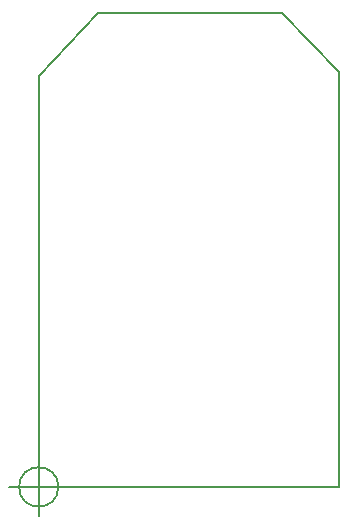
<source format=gm1>
G04 #@! TF.GenerationSoftware,KiCad,Pcbnew,5.0.0*
G04 #@! TF.CreationDate,2018-08-02T12:49:40+02:00*
G04 #@! TF.ProjectId,PTL-IR_remote,50544C2D49525F72656D6F74652E6B69,v1.1*
G04 #@! TF.SameCoordinates,PXa4b7f80PY71d9820*
G04 #@! TF.FileFunction,Profile,NP*
%FSLAX46Y46*%
G04 Gerber Fmt 4.6, Leading zero omitted, Abs format (unit mm)*
G04 Created by KiCad (PCBNEW 5.0.0) date Thu Aug  2 12:49:40 2018*
%MOMM*%
%LPD*%
G01*
G04 APERTURE LIST*
%ADD10C,0.150000*%
G04 APERTURE END LIST*
D10*
X1666666Y0D02*
G75*
G03X1666666Y0I-1666666J0D01*
G01*
X-2500000Y0D02*
X2500000Y0D01*
X0Y2500000D02*
X0Y-2500000D01*
X25400000Y35100000D02*
X25400000Y0D01*
X20600000Y40100000D02*
X25400000Y35100000D01*
X5000000Y40100000D02*
X20600000Y40100000D01*
X0Y34800000D02*
X5000000Y40100000D01*
X0Y0D02*
X0Y34800000D01*
X25400000Y0D02*
X0Y0D01*
M02*

</source>
